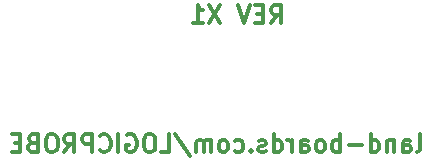
<source format=gbr>
G04 #@! TF.FileFunction,Legend,Bot*
%FSLAX46Y46*%
G04 Gerber Fmt 4.6, Leading zero omitted, Abs format (unit mm)*
G04 Created by KiCad (PCBNEW (after 2015-mar-04 BZR unknown)-product) date 9/30/2016 11:15:59 AM*
%MOMM*%
G01*
G04 APERTURE LIST*
%ADD10C,0.150000*%
%ADD11C,0.300000*%
G04 APERTURE END LIST*
D10*
D11*
X38590001Y-17442571D02*
X38732859Y-17371143D01*
X38804287Y-17228286D01*
X38804287Y-15942571D01*
X37375716Y-17442571D02*
X37375716Y-16656857D01*
X37447145Y-16514000D01*
X37590002Y-16442571D01*
X37875716Y-16442571D01*
X38018573Y-16514000D01*
X37375716Y-17371143D02*
X37518573Y-17442571D01*
X37875716Y-17442571D01*
X38018573Y-17371143D01*
X38090002Y-17228286D01*
X38090002Y-17085429D01*
X38018573Y-16942571D01*
X37875716Y-16871143D01*
X37518573Y-16871143D01*
X37375716Y-16799714D01*
X36661430Y-16442571D02*
X36661430Y-17442571D01*
X36661430Y-16585429D02*
X36590002Y-16514000D01*
X36447144Y-16442571D01*
X36232859Y-16442571D01*
X36090002Y-16514000D01*
X36018573Y-16656857D01*
X36018573Y-17442571D01*
X34661430Y-17442571D02*
X34661430Y-15942571D01*
X34661430Y-17371143D02*
X34804287Y-17442571D01*
X35090001Y-17442571D01*
X35232859Y-17371143D01*
X35304287Y-17299714D01*
X35375716Y-17156857D01*
X35375716Y-16728286D01*
X35304287Y-16585429D01*
X35232859Y-16514000D01*
X35090001Y-16442571D01*
X34804287Y-16442571D01*
X34661430Y-16514000D01*
X33947144Y-16871143D02*
X32804287Y-16871143D01*
X32090001Y-17442571D02*
X32090001Y-15942571D01*
X32090001Y-16514000D02*
X31947144Y-16442571D01*
X31661430Y-16442571D01*
X31518573Y-16514000D01*
X31447144Y-16585429D01*
X31375715Y-16728286D01*
X31375715Y-17156857D01*
X31447144Y-17299714D01*
X31518573Y-17371143D01*
X31661430Y-17442571D01*
X31947144Y-17442571D01*
X32090001Y-17371143D01*
X30518572Y-17442571D02*
X30661430Y-17371143D01*
X30732858Y-17299714D01*
X30804287Y-17156857D01*
X30804287Y-16728286D01*
X30732858Y-16585429D01*
X30661430Y-16514000D01*
X30518572Y-16442571D01*
X30304287Y-16442571D01*
X30161430Y-16514000D01*
X30090001Y-16585429D01*
X30018572Y-16728286D01*
X30018572Y-17156857D01*
X30090001Y-17299714D01*
X30161430Y-17371143D01*
X30304287Y-17442571D01*
X30518572Y-17442571D01*
X28732858Y-17442571D02*
X28732858Y-16656857D01*
X28804287Y-16514000D01*
X28947144Y-16442571D01*
X29232858Y-16442571D01*
X29375715Y-16514000D01*
X28732858Y-17371143D02*
X28875715Y-17442571D01*
X29232858Y-17442571D01*
X29375715Y-17371143D01*
X29447144Y-17228286D01*
X29447144Y-17085429D01*
X29375715Y-16942571D01*
X29232858Y-16871143D01*
X28875715Y-16871143D01*
X28732858Y-16799714D01*
X28018572Y-17442571D02*
X28018572Y-16442571D01*
X28018572Y-16728286D02*
X27947144Y-16585429D01*
X27875715Y-16514000D01*
X27732858Y-16442571D01*
X27590001Y-16442571D01*
X26447144Y-17442571D02*
X26447144Y-15942571D01*
X26447144Y-17371143D02*
X26590001Y-17442571D01*
X26875715Y-17442571D01*
X27018573Y-17371143D01*
X27090001Y-17299714D01*
X27161430Y-17156857D01*
X27161430Y-16728286D01*
X27090001Y-16585429D01*
X27018573Y-16514000D01*
X26875715Y-16442571D01*
X26590001Y-16442571D01*
X26447144Y-16514000D01*
X25804287Y-17371143D02*
X25661430Y-17442571D01*
X25375715Y-17442571D01*
X25232858Y-17371143D01*
X25161430Y-17228286D01*
X25161430Y-17156857D01*
X25232858Y-17014000D01*
X25375715Y-16942571D01*
X25590001Y-16942571D01*
X25732858Y-16871143D01*
X25804287Y-16728286D01*
X25804287Y-16656857D01*
X25732858Y-16514000D01*
X25590001Y-16442571D01*
X25375715Y-16442571D01*
X25232858Y-16514000D01*
X24518572Y-17299714D02*
X24447144Y-17371143D01*
X24518572Y-17442571D01*
X24590001Y-17371143D01*
X24518572Y-17299714D01*
X24518572Y-17442571D01*
X23161429Y-17371143D02*
X23304286Y-17442571D01*
X23590000Y-17442571D01*
X23732858Y-17371143D01*
X23804286Y-17299714D01*
X23875715Y-17156857D01*
X23875715Y-16728286D01*
X23804286Y-16585429D01*
X23732858Y-16514000D01*
X23590000Y-16442571D01*
X23304286Y-16442571D01*
X23161429Y-16514000D01*
X22304286Y-17442571D02*
X22447144Y-17371143D01*
X22518572Y-17299714D01*
X22590001Y-17156857D01*
X22590001Y-16728286D01*
X22518572Y-16585429D01*
X22447144Y-16514000D01*
X22304286Y-16442571D01*
X22090001Y-16442571D01*
X21947144Y-16514000D01*
X21875715Y-16585429D01*
X21804286Y-16728286D01*
X21804286Y-17156857D01*
X21875715Y-17299714D01*
X21947144Y-17371143D01*
X22090001Y-17442571D01*
X22304286Y-17442571D01*
X21161429Y-17442571D02*
X21161429Y-16442571D01*
X21161429Y-16585429D02*
X21090001Y-16514000D01*
X20947143Y-16442571D01*
X20732858Y-16442571D01*
X20590001Y-16514000D01*
X20518572Y-16656857D01*
X20518572Y-17442571D01*
X20518572Y-16656857D02*
X20447143Y-16514000D01*
X20304286Y-16442571D01*
X20090001Y-16442571D01*
X19947143Y-16514000D01*
X19875715Y-16656857D01*
X19875715Y-17442571D01*
X18090001Y-15871143D02*
X19375715Y-17799714D01*
X16875714Y-17442571D02*
X17590000Y-17442571D01*
X17590000Y-15942571D01*
X16090000Y-15942571D02*
X15804286Y-15942571D01*
X15661428Y-16014000D01*
X15518571Y-16156857D01*
X15447143Y-16442571D01*
X15447143Y-16942571D01*
X15518571Y-17228286D01*
X15661428Y-17371143D01*
X15804286Y-17442571D01*
X16090000Y-17442571D01*
X16232857Y-17371143D01*
X16375714Y-17228286D01*
X16447143Y-16942571D01*
X16447143Y-16442571D01*
X16375714Y-16156857D01*
X16232857Y-16014000D01*
X16090000Y-15942571D01*
X14018571Y-16014000D02*
X14161428Y-15942571D01*
X14375714Y-15942571D01*
X14589999Y-16014000D01*
X14732857Y-16156857D01*
X14804285Y-16299714D01*
X14875714Y-16585429D01*
X14875714Y-16799714D01*
X14804285Y-17085429D01*
X14732857Y-17228286D01*
X14589999Y-17371143D01*
X14375714Y-17442571D01*
X14232857Y-17442571D01*
X14018571Y-17371143D01*
X13947142Y-17299714D01*
X13947142Y-16799714D01*
X14232857Y-16799714D01*
X13304285Y-17442571D02*
X13304285Y-15942571D01*
X11732856Y-17299714D02*
X11804285Y-17371143D01*
X12018571Y-17442571D01*
X12161428Y-17442571D01*
X12375713Y-17371143D01*
X12518571Y-17228286D01*
X12589999Y-17085429D01*
X12661428Y-16799714D01*
X12661428Y-16585429D01*
X12589999Y-16299714D01*
X12518571Y-16156857D01*
X12375713Y-16014000D01*
X12161428Y-15942571D01*
X12018571Y-15942571D01*
X11804285Y-16014000D01*
X11732856Y-16085429D01*
X11089999Y-17442571D02*
X11089999Y-15942571D01*
X10518571Y-15942571D01*
X10375713Y-16014000D01*
X10304285Y-16085429D01*
X10232856Y-16228286D01*
X10232856Y-16442571D01*
X10304285Y-16585429D01*
X10375713Y-16656857D01*
X10518571Y-16728286D01*
X11089999Y-16728286D01*
X8732856Y-17442571D02*
X9232856Y-16728286D01*
X9589999Y-17442571D02*
X9589999Y-15942571D01*
X9018571Y-15942571D01*
X8875713Y-16014000D01*
X8804285Y-16085429D01*
X8732856Y-16228286D01*
X8732856Y-16442571D01*
X8804285Y-16585429D01*
X8875713Y-16656857D01*
X9018571Y-16728286D01*
X9589999Y-16728286D01*
X7804285Y-15942571D02*
X7518571Y-15942571D01*
X7375713Y-16014000D01*
X7232856Y-16156857D01*
X7161428Y-16442571D01*
X7161428Y-16942571D01*
X7232856Y-17228286D01*
X7375713Y-17371143D01*
X7518571Y-17442571D01*
X7804285Y-17442571D01*
X7947142Y-17371143D01*
X8089999Y-17228286D01*
X8161428Y-16942571D01*
X8161428Y-16442571D01*
X8089999Y-16156857D01*
X7947142Y-16014000D01*
X7804285Y-15942571D01*
X6018570Y-16656857D02*
X5804284Y-16728286D01*
X5732856Y-16799714D01*
X5661427Y-16942571D01*
X5661427Y-17156857D01*
X5732856Y-17299714D01*
X5804284Y-17371143D01*
X5947142Y-17442571D01*
X6518570Y-17442571D01*
X6518570Y-15942571D01*
X6018570Y-15942571D01*
X5875713Y-16014000D01*
X5804284Y-16085429D01*
X5732856Y-16228286D01*
X5732856Y-16371143D01*
X5804284Y-16514000D01*
X5875713Y-16585429D01*
X6018570Y-16656857D01*
X6518570Y-16656857D01*
X5018570Y-16656857D02*
X4518570Y-16656857D01*
X4304284Y-17442571D02*
X5018570Y-17442571D01*
X5018570Y-15942571D01*
X4304284Y-15942571D01*
X26225142Y-6520571D02*
X26725142Y-5806286D01*
X27082285Y-6520571D02*
X27082285Y-5020571D01*
X26510857Y-5020571D01*
X26367999Y-5092000D01*
X26296571Y-5163429D01*
X26225142Y-5306286D01*
X26225142Y-5520571D01*
X26296571Y-5663429D01*
X26367999Y-5734857D01*
X26510857Y-5806286D01*
X27082285Y-5806286D01*
X25582285Y-5734857D02*
X25082285Y-5734857D01*
X24867999Y-6520571D02*
X25582285Y-6520571D01*
X25582285Y-5020571D01*
X24867999Y-5020571D01*
X24439428Y-5020571D02*
X23939428Y-6520571D01*
X23439428Y-5020571D01*
X21939428Y-5020571D02*
X20939428Y-6520571D01*
X20939428Y-5020571D02*
X21939428Y-6520571D01*
X19582286Y-6520571D02*
X20439429Y-6520571D01*
X20010857Y-6520571D02*
X20010857Y-5020571D01*
X20153714Y-5234857D01*
X20296572Y-5377714D01*
X20439429Y-5449143D01*
M02*

</source>
